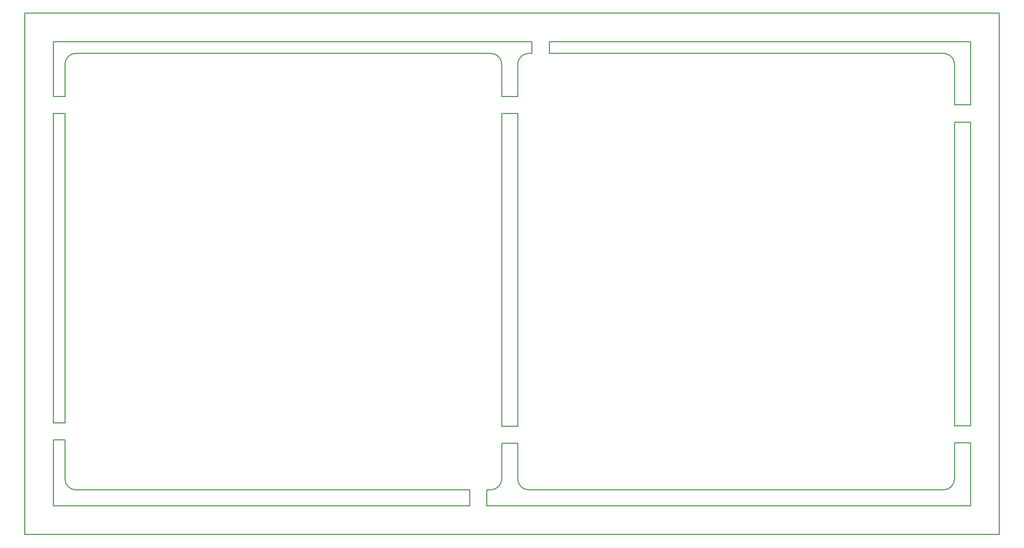
<source format=gbr>
G04 #@! TF.GenerationSoftware,KiCad,Pcbnew,(5.0.0)*
G04 #@! TF.CreationDate,2020-05-30T21:49:34-06:00*
G04 #@! TF.ProjectId,panel,70616E656C2E6B696361645F70636200,rev?*
G04 #@! TF.SameCoordinates,Original*
G04 #@! TF.FileFunction,Profile,NP*
%FSLAX46Y46*%
G04 Gerber Fmt 4.6, Leading zero omitted, Abs format (unit mm)*
G04 Created by KiCad (PCBNEW (5.0.0)) date 05/30/20 21:49:34*
%MOMM*%
%LPD*%
G01*
G04 APERTURE LIST*
%ADD10C,0.150000*%
%ADD11C,0.200000*%
G04 APERTURE END LIST*
D10*
X112600000Y-116000000D02*
X40000000Y-116000000D01*
X115600000Y-113200000D02*
X116300000Y-113200000D01*
X115600000Y-116000000D02*
X115600000Y-113200000D01*
X112600000Y-116000000D02*
X112600000Y-113200000D01*
X122905000Y-37000000D02*
X123500000Y-37000000D01*
X40000000Y-35000000D02*
X123500000Y-35000000D01*
X123500000Y-37000000D02*
X123500000Y-35000000D01*
X126500000Y-37000000D02*
X126500000Y-35000000D01*
X121000000Y-105100000D02*
X121000000Y-111295000D01*
X118200000Y-105100000D02*
X118200000Y-111295000D01*
X121000000Y-102100000D02*
X118200000Y-102100000D01*
X121000000Y-105100000D02*
X118200000Y-105100000D01*
X121000000Y-47540000D02*
X121000000Y-102100000D01*
X118200000Y-47540000D02*
X118200000Y-102100000D01*
X121000000Y-47500000D02*
X118200000Y-47500000D01*
X121000000Y-44500000D02*
X118200000Y-44500000D01*
X197200000Y-46000000D02*
X197200000Y-38905000D01*
X197179000Y-111295000D02*
X197179000Y-105000000D01*
X42000000Y-104500000D02*
X42000000Y-111295000D01*
X42000000Y-44500000D02*
X42000000Y-38905000D01*
X200000000Y-46000000D02*
X200000000Y-35000000D01*
X200000000Y-116000000D02*
X200000000Y-105000000D01*
X197200000Y-46000000D02*
X200000000Y-46000000D01*
X197200000Y-49000000D02*
X200000000Y-49000000D01*
X197200000Y-102000000D02*
X200000000Y-102000000D01*
X197200000Y-105000000D02*
X200000000Y-105000000D01*
X42000000Y-44500000D02*
X40000000Y-44500000D01*
X40000000Y-47500000D02*
X42000000Y-47500000D01*
X40000000Y-101500000D02*
X42000000Y-101500000D01*
X40000000Y-104500000D02*
X42000000Y-104500000D01*
X40000000Y-104500000D02*
X40000000Y-116000000D01*
X40000000Y-44500000D02*
X40000000Y-35000000D01*
X40000000Y-101500000D02*
X40000000Y-47500000D01*
X200000000Y-116000000D02*
X115600000Y-116000000D01*
X200000000Y-49000000D02*
X200000000Y-102000000D01*
X205000000Y-121000000D02*
X205000000Y-30000000D01*
X35000000Y-121000000D02*
X205000000Y-121000000D01*
X35000000Y-30000000D02*
X35000000Y-121000000D01*
X126500000Y-35000000D02*
X200000000Y-35000000D01*
X35000000Y-30000000D02*
X205000000Y-30000000D01*
X43905000Y-37000000D02*
G75*
G03X42000000Y-38905000I0J-1905000D01*
G01*
X118200000Y-38905000D02*
G75*
G03X116295000Y-37000000I-1905000J0D01*
G01*
X116295000Y-113200000D02*
G75*
G03X118200000Y-111295000I0J1905000D01*
G01*
X42000000Y-111295000D02*
G75*
G03X43905000Y-113200000I1905000J0D01*
G01*
X112600000Y-113200000D02*
X43905000Y-113200000D01*
X118200000Y-38905000D02*
X118200000Y-44500000D01*
X43905000Y-37000000D02*
X116295000Y-37000000D01*
X42000000Y-101500000D02*
X42000000Y-47500000D01*
X122905000Y-113200000D02*
G75*
G02X121000000Y-111295000I0J1905000D01*
G01*
D11*
X197200000Y-111295000D02*
G75*
G02X195295000Y-113200000I-1905000J0D01*
G01*
X195295000Y-37000000D02*
G75*
G02X197200000Y-38905000I0J-1905000D01*
G01*
D10*
X121000000Y-38905000D02*
G75*
G02X122905000Y-37000000I1905000J0D01*
G01*
X195295000Y-37000000D02*
X126500000Y-37000000D01*
X197200000Y-102000000D02*
X197200000Y-49000000D01*
X122905000Y-113200000D02*
X195295000Y-113200000D01*
X121000000Y-38905000D02*
X121000000Y-44500000D01*
M02*

</source>
